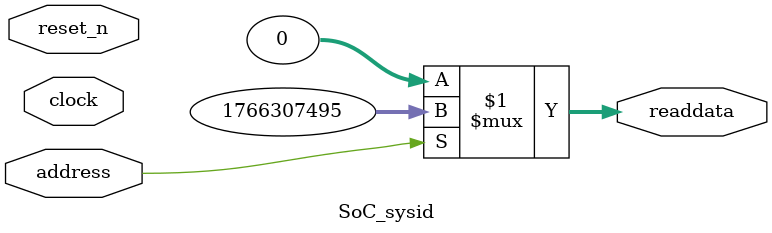
<source format=v>

`timescale 1ns / 1ps
// synthesis translate_on

// turn off superfluous verilog processor warnings 
// altera message_level Level1 
// altera message_off 10034 10035 10036 10037 10230 10240 10030 

module SoC_sysid (
               // inputs:
                address,
                clock,
                reset_n,

               // outputs:
                readdata
             )
;

  output  [ 31: 0] readdata;
  input            address;
  input            clock;
  input            reset_n;

  wire    [ 31: 0] readdata;
  //control_slave, which is an e_avalon_slave
  assign readdata = address ? 1766307495 : 0;

endmodule




</source>
